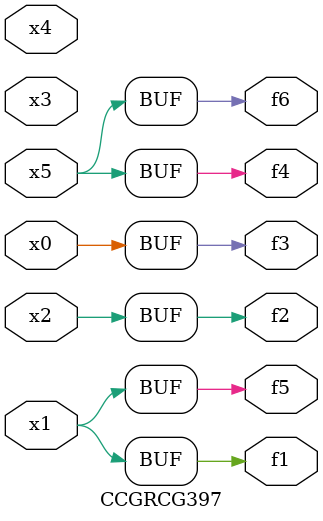
<source format=v>
module CCGRCG397(
	input x0, x1, x2, x3, x4, x5,
	output f1, f2, f3, f4, f5, f6
);
	assign f1 = x1;
	assign f2 = x2;
	assign f3 = x0;
	assign f4 = x5;
	assign f5 = x1;
	assign f6 = x5;
endmodule

</source>
